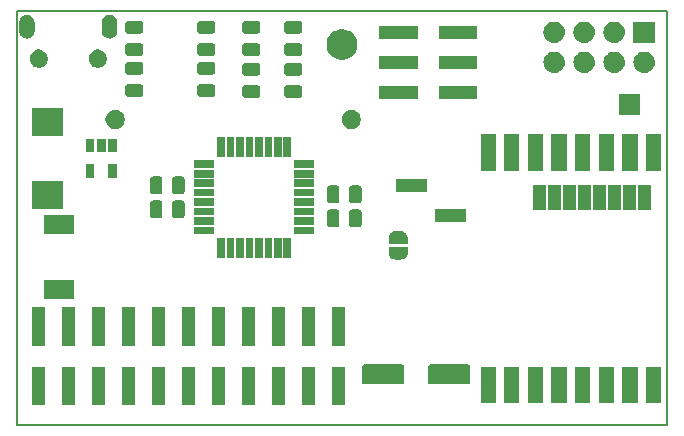
<source format=gbr>
%TF.GenerationSoftware,KiCad,Pcbnew,5.0.2-bee76a0~70~ubuntu18.04.1*%
%TF.CreationDate,2020-02-09T18:50:43+01:00*%
%TF.ProjectId,Mini-BT-Pcb-328P,4d696e69-2d42-4542-9d50-63622d333238,2.0*%
%TF.SameCoordinates,Original*%
%TF.FileFunction,Soldermask,Top*%
%TF.FilePolarity,Negative*%
%FSLAX46Y46*%
G04 Gerber Fmt 4.6, Leading zero omitted, Abs format (unit mm)*
G04 Created by KiCad (PCBNEW 5.0.2-bee76a0~70~ubuntu18.04.1) date dom 09 feb 2020 18:50:43 CET*
%MOMM*%
%LPD*%
G01*
G04 APERTURE LIST*
%ADD10C,0.150000*%
G04 APERTURE END LIST*
D10*
X132080000Y-108406000D02*
X132080000Y-73406000D01*
X187080000Y-108406000D02*
X132080000Y-108406000D01*
X187080000Y-73406000D02*
X187080000Y-108406000D01*
X132080000Y-73406000D02*
X187080000Y-73406000D01*
G36*
X159807000Y-106765000D02*
X158709000Y-106765000D01*
X158709000Y-103517000D01*
X159807000Y-103517000D01*
X159807000Y-106765000D01*
X159807000Y-106765000D01*
G37*
G36*
X157267000Y-106765000D02*
X156169000Y-106765000D01*
X156169000Y-103517000D01*
X157267000Y-103517000D01*
X157267000Y-106765000D01*
X157267000Y-106765000D01*
G37*
G36*
X154727000Y-106765000D02*
X153629000Y-106765000D01*
X153629000Y-103517000D01*
X154727000Y-103517000D01*
X154727000Y-106765000D01*
X154727000Y-106765000D01*
G37*
G36*
X152187000Y-106765000D02*
X151089000Y-106765000D01*
X151089000Y-103517000D01*
X152187000Y-103517000D01*
X152187000Y-106765000D01*
X152187000Y-106765000D01*
G37*
G36*
X149647000Y-106765000D02*
X148549000Y-106765000D01*
X148549000Y-103517000D01*
X149647000Y-103517000D01*
X149647000Y-106765000D01*
X149647000Y-106765000D01*
G37*
G36*
X147107000Y-106765000D02*
X146009000Y-106765000D01*
X146009000Y-103517000D01*
X147107000Y-103517000D01*
X147107000Y-106765000D01*
X147107000Y-106765000D01*
G37*
G36*
X142027000Y-106765000D02*
X140929000Y-106765000D01*
X140929000Y-103517000D01*
X142027000Y-103517000D01*
X142027000Y-106765000D01*
X142027000Y-106765000D01*
G37*
G36*
X144567000Y-106765000D02*
X143469000Y-106765000D01*
X143469000Y-103517000D01*
X144567000Y-103517000D01*
X144567000Y-106765000D01*
X144567000Y-106765000D01*
G37*
G36*
X134407000Y-106765000D02*
X133309000Y-106765000D01*
X133309000Y-103517000D01*
X134407000Y-103517000D01*
X134407000Y-106765000D01*
X134407000Y-106765000D01*
G37*
G36*
X139487000Y-106765000D02*
X138389000Y-106765000D01*
X138389000Y-103517000D01*
X139487000Y-103517000D01*
X139487000Y-106765000D01*
X139487000Y-106765000D01*
G37*
G36*
X136947000Y-106765000D02*
X135849000Y-106765000D01*
X135849000Y-103517000D01*
X136947000Y-103517000D01*
X136947000Y-106765000D01*
X136947000Y-106765000D01*
G37*
G36*
X172607000Y-106593000D02*
X171309000Y-106593000D01*
X171309000Y-103495000D01*
X172607000Y-103495000D01*
X172607000Y-106593000D01*
X172607000Y-106593000D01*
G37*
G36*
X174607000Y-106593000D02*
X173309000Y-106593000D01*
X173309000Y-103495000D01*
X174607000Y-103495000D01*
X174607000Y-106593000D01*
X174607000Y-106593000D01*
G37*
G36*
X176607000Y-106593000D02*
X175309000Y-106593000D01*
X175309000Y-103495000D01*
X176607000Y-103495000D01*
X176607000Y-106593000D01*
X176607000Y-106593000D01*
G37*
G36*
X178607000Y-106593000D02*
X177309000Y-106593000D01*
X177309000Y-103495000D01*
X178607000Y-103495000D01*
X178607000Y-106593000D01*
X178607000Y-106593000D01*
G37*
G36*
X182607000Y-106593000D02*
X181309000Y-106593000D01*
X181309000Y-103495000D01*
X182607000Y-103495000D01*
X182607000Y-106593000D01*
X182607000Y-106593000D01*
G37*
G36*
X184607000Y-106593000D02*
X183309000Y-106593000D01*
X183309000Y-103495000D01*
X184607000Y-103495000D01*
X184607000Y-106593000D01*
X184607000Y-106593000D01*
G37*
G36*
X180607000Y-106593000D02*
X179309000Y-106593000D01*
X179309000Y-103495000D01*
X180607000Y-103495000D01*
X180607000Y-106593000D01*
X180607000Y-106593000D01*
G37*
G36*
X186607000Y-106593000D02*
X185309000Y-106593000D01*
X185309000Y-103495000D01*
X186607000Y-103495000D01*
X186607000Y-106593000D01*
X186607000Y-106593000D01*
G37*
G36*
X170275069Y-103295674D02*
X170318346Y-103308802D01*
X170358231Y-103330121D01*
X170393189Y-103358811D01*
X170421879Y-103393769D01*
X170443198Y-103433654D01*
X170456326Y-103476931D01*
X170461000Y-103524391D01*
X170461000Y-104755609D01*
X170456326Y-104803069D01*
X170443198Y-104846346D01*
X170421879Y-104886231D01*
X170393189Y-104921189D01*
X170358231Y-104949879D01*
X170318346Y-104971198D01*
X170275069Y-104984326D01*
X170227609Y-104989000D01*
X167096391Y-104989000D01*
X167048931Y-104984326D01*
X167005654Y-104971198D01*
X166965769Y-104949879D01*
X166930811Y-104921189D01*
X166902121Y-104886231D01*
X166880802Y-104846346D01*
X166867674Y-104803069D01*
X166863000Y-104755609D01*
X166863000Y-103524391D01*
X166867674Y-103476931D01*
X166880802Y-103433654D01*
X166902121Y-103393769D01*
X166930811Y-103358811D01*
X166965769Y-103330121D01*
X167005654Y-103308802D01*
X167048931Y-103295674D01*
X167096391Y-103291000D01*
X170227609Y-103291000D01*
X170275069Y-103295674D01*
X170275069Y-103295674D01*
G37*
G36*
X164675069Y-103295674D02*
X164718346Y-103308802D01*
X164758231Y-103330121D01*
X164793189Y-103358811D01*
X164821879Y-103393769D01*
X164843198Y-103433654D01*
X164856326Y-103476931D01*
X164861000Y-103524391D01*
X164861000Y-104755609D01*
X164856326Y-104803069D01*
X164843198Y-104846346D01*
X164821879Y-104886231D01*
X164793189Y-104921189D01*
X164758231Y-104949879D01*
X164718346Y-104971198D01*
X164675069Y-104984326D01*
X164627609Y-104989000D01*
X161496391Y-104989000D01*
X161448931Y-104984326D01*
X161405654Y-104971198D01*
X161365769Y-104949879D01*
X161330811Y-104921189D01*
X161302121Y-104886231D01*
X161280802Y-104846346D01*
X161267674Y-104803069D01*
X161263000Y-104755609D01*
X161263000Y-103524391D01*
X161267674Y-103476931D01*
X161280802Y-103433654D01*
X161302121Y-103393769D01*
X161330811Y-103358811D01*
X161365769Y-103330121D01*
X161405654Y-103308802D01*
X161448931Y-103295674D01*
X161496391Y-103291000D01*
X164627609Y-103291000D01*
X164675069Y-103295674D01*
X164675069Y-103295674D01*
G37*
G36*
X149647000Y-101715000D02*
X148549000Y-101715000D01*
X148549000Y-98467000D01*
X149647000Y-98467000D01*
X149647000Y-101715000D01*
X149647000Y-101715000D01*
G37*
G36*
X134407000Y-101715000D02*
X133309000Y-101715000D01*
X133309000Y-98467000D01*
X134407000Y-98467000D01*
X134407000Y-101715000D01*
X134407000Y-101715000D01*
G37*
G36*
X136947000Y-101715000D02*
X135849000Y-101715000D01*
X135849000Y-98467000D01*
X136947000Y-98467000D01*
X136947000Y-101715000D01*
X136947000Y-101715000D01*
G37*
G36*
X139487000Y-101715000D02*
X138389000Y-101715000D01*
X138389000Y-98467000D01*
X139487000Y-98467000D01*
X139487000Y-101715000D01*
X139487000Y-101715000D01*
G37*
G36*
X144567000Y-101715000D02*
X143469000Y-101715000D01*
X143469000Y-98467000D01*
X144567000Y-98467000D01*
X144567000Y-101715000D01*
X144567000Y-101715000D01*
G37*
G36*
X154727000Y-101715000D02*
X153629000Y-101715000D01*
X153629000Y-98467000D01*
X154727000Y-98467000D01*
X154727000Y-101715000D01*
X154727000Y-101715000D01*
G37*
G36*
X157267000Y-101715000D02*
X156169000Y-101715000D01*
X156169000Y-98467000D01*
X157267000Y-98467000D01*
X157267000Y-101715000D01*
X157267000Y-101715000D01*
G37*
G36*
X142027000Y-101715000D02*
X140929000Y-101715000D01*
X140929000Y-98467000D01*
X142027000Y-98467000D01*
X142027000Y-101715000D01*
X142027000Y-101715000D01*
G37*
G36*
X159807000Y-101715000D02*
X158709000Y-101715000D01*
X158709000Y-98467000D01*
X159807000Y-98467000D01*
X159807000Y-101715000D01*
X159807000Y-101715000D01*
G37*
G36*
X147107000Y-101715000D02*
X146009000Y-101715000D01*
X146009000Y-98467000D01*
X147107000Y-98467000D01*
X147107000Y-101715000D01*
X147107000Y-101715000D01*
G37*
G36*
X152187000Y-101715000D02*
X151089000Y-101715000D01*
X151089000Y-98467000D01*
X152187000Y-98467000D01*
X152187000Y-101715000D01*
X152187000Y-101715000D01*
G37*
G36*
X136885000Y-97783000D02*
X134387000Y-97783000D01*
X134387000Y-96185000D01*
X136885000Y-96185000D01*
X136885000Y-97783000D01*
X136885000Y-97783000D01*
G37*
G36*
X165097605Y-93319708D02*
X165106842Y-93322510D01*
X165115356Y-93327061D01*
X165122816Y-93333184D01*
X165128939Y-93340644D01*
X165133490Y-93349158D01*
X165136292Y-93358395D01*
X165137479Y-93370453D01*
X165137479Y-93865547D01*
X165135977Y-93880798D01*
X165135312Y-93884141D01*
X165135071Y-93889045D01*
X165135071Y-93914556D01*
X165133642Y-93929072D01*
X165115479Y-94020383D01*
X165111243Y-94034346D01*
X165075614Y-94120363D01*
X165068736Y-94133231D01*
X165017010Y-94210645D01*
X165007755Y-94221921D01*
X164941921Y-94287755D01*
X164930645Y-94297010D01*
X164853231Y-94348736D01*
X164840363Y-94355614D01*
X164754346Y-94391243D01*
X164740383Y-94395479D01*
X164649072Y-94413642D01*
X164634556Y-94415071D01*
X164609045Y-94415071D01*
X164599290Y-94416032D01*
X164598673Y-94416187D01*
X164585547Y-94417479D01*
X164090453Y-94417479D01*
X164075202Y-94415977D01*
X164071859Y-94415312D01*
X164066955Y-94415071D01*
X164041444Y-94415071D01*
X164026928Y-94413642D01*
X163935617Y-94395479D01*
X163921654Y-94391243D01*
X163835637Y-94355614D01*
X163822769Y-94348736D01*
X163745355Y-94297010D01*
X163734079Y-94287755D01*
X163668245Y-94221921D01*
X163658990Y-94210645D01*
X163607264Y-94133231D01*
X163600386Y-94120363D01*
X163564757Y-94034346D01*
X163560521Y-94020383D01*
X163542358Y-93929072D01*
X163540929Y-93914556D01*
X163540929Y-93889045D01*
X163539968Y-93879290D01*
X163539813Y-93878673D01*
X163538521Y-93865547D01*
X163538521Y-93370453D01*
X163539708Y-93358395D01*
X163542510Y-93349158D01*
X163547061Y-93340644D01*
X163553184Y-93333184D01*
X163560644Y-93327061D01*
X163569158Y-93322510D01*
X163578395Y-93319708D01*
X163590453Y-93318521D01*
X165085547Y-93318521D01*
X165097605Y-93319708D01*
X165097605Y-93319708D01*
G37*
G36*
X149670000Y-94253000D02*
X149022000Y-94253000D01*
X149022000Y-92555000D01*
X149670000Y-92555000D01*
X149670000Y-94253000D01*
X149670000Y-94253000D01*
G37*
G36*
X154470000Y-94253000D02*
X153822000Y-94253000D01*
X153822000Y-92555000D01*
X154470000Y-92555000D01*
X154470000Y-94253000D01*
X154470000Y-94253000D01*
G37*
G36*
X153670000Y-94253000D02*
X153022000Y-94253000D01*
X153022000Y-92555000D01*
X153670000Y-92555000D01*
X153670000Y-94253000D01*
X153670000Y-94253000D01*
G37*
G36*
X152070000Y-94253000D02*
X151422000Y-94253000D01*
X151422000Y-92555000D01*
X152070000Y-92555000D01*
X152070000Y-94253000D01*
X152070000Y-94253000D01*
G37*
G36*
X151270000Y-94253000D02*
X150622000Y-94253000D01*
X150622000Y-92555000D01*
X151270000Y-92555000D01*
X151270000Y-94253000D01*
X151270000Y-94253000D01*
G37*
G36*
X150470000Y-94253000D02*
X149822000Y-94253000D01*
X149822000Y-92555000D01*
X150470000Y-92555000D01*
X150470000Y-94253000D01*
X150470000Y-94253000D01*
G37*
G36*
X155270000Y-94253000D02*
X154622000Y-94253000D01*
X154622000Y-92555000D01*
X155270000Y-92555000D01*
X155270000Y-94253000D01*
X155270000Y-94253000D01*
G37*
G36*
X152870000Y-94253000D02*
X152222000Y-94253000D01*
X152222000Y-92555000D01*
X152870000Y-92555000D01*
X152870000Y-94253000D01*
X152870000Y-94253000D01*
G37*
G36*
X164600798Y-92020023D02*
X164604141Y-92020688D01*
X164609045Y-92020929D01*
X164634556Y-92020929D01*
X164649072Y-92022358D01*
X164740383Y-92040521D01*
X164754346Y-92044757D01*
X164840363Y-92080386D01*
X164853231Y-92087264D01*
X164930645Y-92138990D01*
X164941921Y-92148245D01*
X165007755Y-92214079D01*
X165017010Y-92225355D01*
X165068736Y-92302769D01*
X165075614Y-92315637D01*
X165111243Y-92401654D01*
X165115479Y-92415617D01*
X165133642Y-92506928D01*
X165135071Y-92521444D01*
X165135071Y-92546955D01*
X165136032Y-92556710D01*
X165136187Y-92557327D01*
X165137479Y-92570453D01*
X165137479Y-93065547D01*
X165136292Y-93077605D01*
X165133490Y-93086842D01*
X165128939Y-93095356D01*
X165122816Y-93102816D01*
X165115356Y-93108939D01*
X165106842Y-93113490D01*
X165097605Y-93116292D01*
X165085547Y-93117479D01*
X163590453Y-93117479D01*
X163578395Y-93116292D01*
X163569158Y-93113490D01*
X163560644Y-93108939D01*
X163553184Y-93102816D01*
X163547061Y-93095356D01*
X163542510Y-93086842D01*
X163539708Y-93077605D01*
X163538521Y-93065547D01*
X163538521Y-92570453D01*
X163540023Y-92555202D01*
X163540688Y-92551859D01*
X163540929Y-92546955D01*
X163540929Y-92521444D01*
X163542358Y-92506928D01*
X163560521Y-92415617D01*
X163564757Y-92401654D01*
X163600386Y-92315637D01*
X163607264Y-92302769D01*
X163658990Y-92225355D01*
X163668245Y-92214079D01*
X163734079Y-92148245D01*
X163745355Y-92138990D01*
X163822769Y-92087264D01*
X163835637Y-92080386D01*
X163921654Y-92044757D01*
X163935617Y-92040521D01*
X164026928Y-92022358D01*
X164041444Y-92020929D01*
X164066955Y-92020929D01*
X164076710Y-92019968D01*
X164077327Y-92019813D01*
X164090453Y-92018521D01*
X164585547Y-92018521D01*
X164600798Y-92020023D01*
X164600798Y-92020023D01*
G37*
G36*
X136885000Y-92283000D02*
X134387000Y-92283000D01*
X134387000Y-90685000D01*
X136885000Y-90685000D01*
X136885000Y-92283000D01*
X136885000Y-92283000D01*
G37*
G36*
X157245000Y-92278000D02*
X155547000Y-92278000D01*
X155547000Y-91630000D01*
X157245000Y-91630000D01*
X157245000Y-92278000D01*
X157245000Y-92278000D01*
G37*
G36*
X148745000Y-92278000D02*
X147047000Y-92278000D01*
X147047000Y-91630000D01*
X148745000Y-91630000D01*
X148745000Y-92278000D01*
X148745000Y-92278000D01*
G37*
G36*
X161044158Y-90187911D02*
X161089745Y-90201739D01*
X161131758Y-90224197D01*
X161168583Y-90254417D01*
X161198803Y-90291242D01*
X161221261Y-90333255D01*
X161235089Y-90378842D01*
X161240000Y-90428704D01*
X161240000Y-91435296D01*
X161235089Y-91485158D01*
X161221261Y-91530745D01*
X161198803Y-91572758D01*
X161168583Y-91609583D01*
X161131758Y-91639803D01*
X161089745Y-91662261D01*
X161044158Y-91676089D01*
X160994296Y-91681000D01*
X160412704Y-91681000D01*
X160362842Y-91676089D01*
X160317255Y-91662261D01*
X160275242Y-91639803D01*
X160238417Y-91609583D01*
X160208197Y-91572758D01*
X160185739Y-91530745D01*
X160171911Y-91485158D01*
X160167000Y-91435296D01*
X160167000Y-90428704D01*
X160171911Y-90378842D01*
X160185739Y-90333255D01*
X160208197Y-90291242D01*
X160238417Y-90254417D01*
X160275242Y-90224197D01*
X160317255Y-90201739D01*
X160362842Y-90187911D01*
X160412704Y-90183000D01*
X160994296Y-90183000D01*
X161044158Y-90187911D01*
X161044158Y-90187911D01*
G37*
G36*
X159169158Y-90187911D02*
X159214745Y-90201739D01*
X159256758Y-90224197D01*
X159293583Y-90254417D01*
X159323803Y-90291242D01*
X159346261Y-90333255D01*
X159360089Y-90378842D01*
X159365000Y-90428704D01*
X159365000Y-91435296D01*
X159360089Y-91485158D01*
X159346261Y-91530745D01*
X159323803Y-91572758D01*
X159293583Y-91609583D01*
X159256758Y-91639803D01*
X159214745Y-91662261D01*
X159169158Y-91676089D01*
X159119296Y-91681000D01*
X158537704Y-91681000D01*
X158487842Y-91676089D01*
X158442255Y-91662261D01*
X158400242Y-91639803D01*
X158363417Y-91609583D01*
X158333197Y-91572758D01*
X158310739Y-91530745D01*
X158296911Y-91485158D01*
X158292000Y-91435296D01*
X158292000Y-90428704D01*
X158296911Y-90378842D01*
X158310739Y-90333255D01*
X158333197Y-90291242D01*
X158363417Y-90254417D01*
X158400242Y-90224197D01*
X158442255Y-90201739D01*
X158487842Y-90187911D01*
X158537704Y-90183000D01*
X159119296Y-90183000D01*
X159169158Y-90187911D01*
X159169158Y-90187911D01*
G37*
G36*
X157245000Y-91478000D02*
X155547000Y-91478000D01*
X155547000Y-90830000D01*
X157245000Y-90830000D01*
X157245000Y-91478000D01*
X157245000Y-91478000D01*
G37*
G36*
X148745000Y-91478000D02*
X147047000Y-91478000D01*
X147047000Y-90830000D01*
X148745000Y-90830000D01*
X148745000Y-91478000D01*
X148745000Y-91478000D01*
G37*
G36*
X170091000Y-91227000D02*
X167483000Y-91227000D01*
X167483000Y-90129000D01*
X170091000Y-90129000D01*
X170091000Y-91227000D01*
X170091000Y-91227000D01*
G37*
G36*
X146058158Y-89425911D02*
X146103745Y-89439739D01*
X146145758Y-89462197D01*
X146182583Y-89492417D01*
X146212803Y-89529242D01*
X146235261Y-89571255D01*
X146249089Y-89616842D01*
X146254000Y-89666704D01*
X146254000Y-90673296D01*
X146249089Y-90723158D01*
X146235261Y-90768745D01*
X146212803Y-90810758D01*
X146182583Y-90847583D01*
X146145758Y-90877803D01*
X146103745Y-90900261D01*
X146058158Y-90914089D01*
X146008296Y-90919000D01*
X145426704Y-90919000D01*
X145376842Y-90914089D01*
X145331255Y-90900261D01*
X145289242Y-90877803D01*
X145252417Y-90847583D01*
X145222197Y-90810758D01*
X145199739Y-90768745D01*
X145185911Y-90723158D01*
X145181000Y-90673296D01*
X145181000Y-89666704D01*
X145185911Y-89616842D01*
X145199739Y-89571255D01*
X145222197Y-89529242D01*
X145252417Y-89492417D01*
X145289242Y-89462197D01*
X145331255Y-89439739D01*
X145376842Y-89425911D01*
X145426704Y-89421000D01*
X146008296Y-89421000D01*
X146058158Y-89425911D01*
X146058158Y-89425911D01*
G37*
G36*
X144183158Y-89425911D02*
X144228745Y-89439739D01*
X144270758Y-89462197D01*
X144307583Y-89492417D01*
X144337803Y-89529242D01*
X144360261Y-89571255D01*
X144374089Y-89616842D01*
X144379000Y-89666704D01*
X144379000Y-90673296D01*
X144374089Y-90723158D01*
X144360261Y-90768745D01*
X144337803Y-90810758D01*
X144307583Y-90847583D01*
X144270758Y-90877803D01*
X144228745Y-90900261D01*
X144183158Y-90914089D01*
X144133296Y-90919000D01*
X143551704Y-90919000D01*
X143501842Y-90914089D01*
X143456255Y-90900261D01*
X143414242Y-90877803D01*
X143377417Y-90847583D01*
X143347197Y-90810758D01*
X143324739Y-90768745D01*
X143310911Y-90723158D01*
X143306000Y-90673296D01*
X143306000Y-89666704D01*
X143310911Y-89616842D01*
X143324739Y-89571255D01*
X143347197Y-89529242D01*
X143377417Y-89492417D01*
X143414242Y-89462197D01*
X143456255Y-89439739D01*
X143501842Y-89425911D01*
X143551704Y-89421000D01*
X144133296Y-89421000D01*
X144183158Y-89425911D01*
X144183158Y-89425911D01*
G37*
G36*
X148745000Y-90678000D02*
X147047000Y-90678000D01*
X147047000Y-90030000D01*
X148745000Y-90030000D01*
X148745000Y-90678000D01*
X148745000Y-90678000D01*
G37*
G36*
X157245000Y-90678000D02*
X155547000Y-90678000D01*
X155547000Y-90030000D01*
X157245000Y-90030000D01*
X157245000Y-90678000D01*
X157245000Y-90678000D01*
G37*
G36*
X180635000Y-90203000D02*
X179537000Y-90203000D01*
X179537000Y-88105000D01*
X180635000Y-88105000D01*
X180635000Y-90203000D01*
X180635000Y-90203000D01*
G37*
G36*
X179365000Y-90203000D02*
X178267000Y-90203000D01*
X178267000Y-88105000D01*
X179365000Y-88105000D01*
X179365000Y-90203000D01*
X179365000Y-90203000D01*
G37*
G36*
X176825000Y-90203000D02*
X175727000Y-90203000D01*
X175727000Y-88105000D01*
X176825000Y-88105000D01*
X176825000Y-90203000D01*
X176825000Y-90203000D01*
G37*
G36*
X181905000Y-90203000D02*
X180807000Y-90203000D01*
X180807000Y-88105000D01*
X181905000Y-88105000D01*
X181905000Y-90203000D01*
X181905000Y-90203000D01*
G37*
G36*
X183175000Y-90203000D02*
X182077000Y-90203000D01*
X182077000Y-88105000D01*
X183175000Y-88105000D01*
X183175000Y-90203000D01*
X183175000Y-90203000D01*
G37*
G36*
X184445000Y-90203000D02*
X183347000Y-90203000D01*
X183347000Y-88105000D01*
X184445000Y-88105000D01*
X184445000Y-90203000D01*
X184445000Y-90203000D01*
G37*
G36*
X185715000Y-90203000D02*
X184617000Y-90203000D01*
X184617000Y-88105000D01*
X185715000Y-88105000D01*
X185715000Y-90203000D01*
X185715000Y-90203000D01*
G37*
G36*
X178095000Y-90203000D02*
X176997000Y-90203000D01*
X176997000Y-88105000D01*
X178095000Y-88105000D01*
X178095000Y-90203000D01*
X178095000Y-90203000D01*
G37*
G36*
X135929000Y-90156000D02*
X133311000Y-90156000D01*
X133311000Y-87748000D01*
X135929000Y-87748000D01*
X135929000Y-90156000D01*
X135929000Y-90156000D01*
G37*
G36*
X157245000Y-89878000D02*
X155547000Y-89878000D01*
X155547000Y-89230000D01*
X157245000Y-89230000D01*
X157245000Y-89878000D01*
X157245000Y-89878000D01*
G37*
G36*
X148745000Y-89878000D02*
X147047000Y-89878000D01*
X147047000Y-89230000D01*
X148745000Y-89230000D01*
X148745000Y-89878000D01*
X148745000Y-89878000D01*
G37*
G36*
X161044158Y-88155911D02*
X161089745Y-88169739D01*
X161131758Y-88192197D01*
X161168583Y-88222417D01*
X161198803Y-88259242D01*
X161221261Y-88301255D01*
X161235089Y-88346842D01*
X161240000Y-88396704D01*
X161240000Y-89403296D01*
X161235089Y-89453158D01*
X161221261Y-89498745D01*
X161198803Y-89540758D01*
X161168583Y-89577583D01*
X161131758Y-89607803D01*
X161089745Y-89630261D01*
X161044158Y-89644089D01*
X160994296Y-89649000D01*
X160412704Y-89649000D01*
X160362842Y-89644089D01*
X160317255Y-89630261D01*
X160275242Y-89607803D01*
X160238417Y-89577583D01*
X160208197Y-89540758D01*
X160185739Y-89498745D01*
X160171911Y-89453158D01*
X160167000Y-89403296D01*
X160167000Y-88396704D01*
X160171911Y-88346842D01*
X160185739Y-88301255D01*
X160208197Y-88259242D01*
X160238417Y-88222417D01*
X160275242Y-88192197D01*
X160317255Y-88169739D01*
X160362842Y-88155911D01*
X160412704Y-88151000D01*
X160994296Y-88151000D01*
X161044158Y-88155911D01*
X161044158Y-88155911D01*
G37*
G36*
X159169158Y-88155911D02*
X159214745Y-88169739D01*
X159256758Y-88192197D01*
X159293583Y-88222417D01*
X159323803Y-88259242D01*
X159346261Y-88301255D01*
X159360089Y-88346842D01*
X159365000Y-88396704D01*
X159365000Y-89403296D01*
X159360089Y-89453158D01*
X159346261Y-89498745D01*
X159323803Y-89540758D01*
X159293583Y-89577583D01*
X159256758Y-89607803D01*
X159214745Y-89630261D01*
X159169158Y-89644089D01*
X159119296Y-89649000D01*
X158537704Y-89649000D01*
X158487842Y-89644089D01*
X158442255Y-89630261D01*
X158400242Y-89607803D01*
X158363417Y-89577583D01*
X158333197Y-89540758D01*
X158310739Y-89498745D01*
X158296911Y-89453158D01*
X158292000Y-89403296D01*
X158292000Y-88396704D01*
X158296911Y-88346842D01*
X158310739Y-88301255D01*
X158333197Y-88259242D01*
X158363417Y-88222417D01*
X158400242Y-88192197D01*
X158442255Y-88169739D01*
X158487842Y-88155911D01*
X158537704Y-88151000D01*
X159119296Y-88151000D01*
X159169158Y-88155911D01*
X159169158Y-88155911D01*
G37*
G36*
X157245000Y-89078000D02*
X155547000Y-89078000D01*
X155547000Y-88430000D01*
X157245000Y-88430000D01*
X157245000Y-89078000D01*
X157245000Y-89078000D01*
G37*
G36*
X148745000Y-89078000D02*
X147047000Y-89078000D01*
X147047000Y-88430000D01*
X148745000Y-88430000D01*
X148745000Y-89078000D01*
X148745000Y-89078000D01*
G37*
G36*
X144183158Y-87393911D02*
X144228745Y-87407739D01*
X144270758Y-87430197D01*
X144307583Y-87460417D01*
X144337803Y-87497242D01*
X144360261Y-87539255D01*
X144374089Y-87584842D01*
X144379000Y-87634704D01*
X144379000Y-88641296D01*
X144374089Y-88691158D01*
X144360261Y-88736745D01*
X144337803Y-88778758D01*
X144307583Y-88815583D01*
X144270758Y-88845803D01*
X144228745Y-88868261D01*
X144183158Y-88882089D01*
X144133296Y-88887000D01*
X143551704Y-88887000D01*
X143501842Y-88882089D01*
X143456255Y-88868261D01*
X143414242Y-88845803D01*
X143377417Y-88815583D01*
X143347197Y-88778758D01*
X143324739Y-88736745D01*
X143310911Y-88691158D01*
X143306000Y-88641296D01*
X143306000Y-87634704D01*
X143310911Y-87584842D01*
X143324739Y-87539255D01*
X143347197Y-87497242D01*
X143377417Y-87460417D01*
X143414242Y-87430197D01*
X143456255Y-87407739D01*
X143501842Y-87393911D01*
X143551704Y-87389000D01*
X144133296Y-87389000D01*
X144183158Y-87393911D01*
X144183158Y-87393911D01*
G37*
G36*
X146058158Y-87393911D02*
X146103745Y-87407739D01*
X146145758Y-87430197D01*
X146182583Y-87460417D01*
X146212803Y-87497242D01*
X146235261Y-87539255D01*
X146249089Y-87584842D01*
X146254000Y-87634704D01*
X146254000Y-88641296D01*
X146249089Y-88691158D01*
X146235261Y-88736745D01*
X146212803Y-88778758D01*
X146182583Y-88815583D01*
X146145758Y-88845803D01*
X146103745Y-88868261D01*
X146058158Y-88882089D01*
X146008296Y-88887000D01*
X145426704Y-88887000D01*
X145376842Y-88882089D01*
X145331255Y-88868261D01*
X145289242Y-88845803D01*
X145252417Y-88815583D01*
X145222197Y-88778758D01*
X145199739Y-88736745D01*
X145185911Y-88691158D01*
X145181000Y-88641296D01*
X145181000Y-87634704D01*
X145185911Y-87584842D01*
X145199739Y-87539255D01*
X145222197Y-87497242D01*
X145252417Y-87460417D01*
X145289242Y-87430197D01*
X145331255Y-87407739D01*
X145376842Y-87393911D01*
X145426704Y-87389000D01*
X146008296Y-87389000D01*
X146058158Y-87393911D01*
X146058158Y-87393911D01*
G37*
G36*
X166781000Y-88687000D02*
X164173000Y-88687000D01*
X164173000Y-87589000D01*
X166781000Y-87589000D01*
X166781000Y-88687000D01*
X166781000Y-88687000D01*
G37*
G36*
X148745000Y-88278000D02*
X147047000Y-88278000D01*
X147047000Y-87630000D01*
X148745000Y-87630000D01*
X148745000Y-88278000D01*
X148745000Y-88278000D01*
G37*
G36*
X157245000Y-88278000D02*
X155547000Y-88278000D01*
X155547000Y-87630000D01*
X157245000Y-87630000D01*
X157245000Y-88278000D01*
X157245000Y-88278000D01*
G37*
G36*
X140516000Y-87531000D02*
X139768000Y-87531000D01*
X139768000Y-86373000D01*
X140516000Y-86373000D01*
X140516000Y-87531000D01*
X140516000Y-87531000D01*
G37*
G36*
X138616000Y-87531000D02*
X137868000Y-87531000D01*
X137868000Y-86373000D01*
X138616000Y-86373000D01*
X138616000Y-87531000D01*
X138616000Y-87531000D01*
G37*
G36*
X157245000Y-87478000D02*
X155547000Y-87478000D01*
X155547000Y-86830000D01*
X157245000Y-86830000D01*
X157245000Y-87478000D01*
X157245000Y-87478000D01*
G37*
G36*
X148745000Y-87478000D02*
X147047000Y-87478000D01*
X147047000Y-86830000D01*
X148745000Y-86830000D01*
X148745000Y-87478000D01*
X148745000Y-87478000D01*
G37*
G36*
X178607000Y-86893000D02*
X177309000Y-86893000D01*
X177309000Y-83795000D01*
X178607000Y-83795000D01*
X178607000Y-86893000D01*
X178607000Y-86893000D01*
G37*
G36*
X172607000Y-86893000D02*
X171309000Y-86893000D01*
X171309000Y-83795000D01*
X172607000Y-83795000D01*
X172607000Y-86893000D01*
X172607000Y-86893000D01*
G37*
G36*
X184607000Y-86893000D02*
X183309000Y-86893000D01*
X183309000Y-83795000D01*
X184607000Y-83795000D01*
X184607000Y-86893000D01*
X184607000Y-86893000D01*
G37*
G36*
X186607000Y-86893000D02*
X185309000Y-86893000D01*
X185309000Y-83795000D01*
X186607000Y-83795000D01*
X186607000Y-86893000D01*
X186607000Y-86893000D01*
G37*
G36*
X182607000Y-86893000D02*
X181309000Y-86893000D01*
X181309000Y-83795000D01*
X182607000Y-83795000D01*
X182607000Y-86893000D01*
X182607000Y-86893000D01*
G37*
G36*
X180607000Y-86893000D02*
X179309000Y-86893000D01*
X179309000Y-83795000D01*
X180607000Y-83795000D01*
X180607000Y-86893000D01*
X180607000Y-86893000D01*
G37*
G36*
X174607000Y-86893000D02*
X173309000Y-86893000D01*
X173309000Y-83795000D01*
X174607000Y-83795000D01*
X174607000Y-86893000D01*
X174607000Y-86893000D01*
G37*
G36*
X176607000Y-86893000D02*
X175309000Y-86893000D01*
X175309000Y-83795000D01*
X176607000Y-83795000D01*
X176607000Y-86893000D01*
X176607000Y-86893000D01*
G37*
G36*
X157245000Y-86678000D02*
X155547000Y-86678000D01*
X155547000Y-86030000D01*
X157245000Y-86030000D01*
X157245000Y-86678000D01*
X157245000Y-86678000D01*
G37*
G36*
X148745000Y-86678000D02*
X147047000Y-86678000D01*
X147047000Y-86030000D01*
X148745000Y-86030000D01*
X148745000Y-86678000D01*
X148745000Y-86678000D01*
G37*
G36*
X155270000Y-85753000D02*
X154622000Y-85753000D01*
X154622000Y-84055000D01*
X155270000Y-84055000D01*
X155270000Y-85753000D01*
X155270000Y-85753000D01*
G37*
G36*
X149670000Y-85753000D02*
X149022000Y-85753000D01*
X149022000Y-84055000D01*
X149670000Y-84055000D01*
X149670000Y-85753000D01*
X149670000Y-85753000D01*
G37*
G36*
X150470000Y-85753000D02*
X149822000Y-85753000D01*
X149822000Y-84055000D01*
X150470000Y-84055000D01*
X150470000Y-85753000D01*
X150470000Y-85753000D01*
G37*
G36*
X151270000Y-85753000D02*
X150622000Y-85753000D01*
X150622000Y-84055000D01*
X151270000Y-84055000D01*
X151270000Y-85753000D01*
X151270000Y-85753000D01*
G37*
G36*
X152070000Y-85753000D02*
X151422000Y-85753000D01*
X151422000Y-84055000D01*
X152070000Y-84055000D01*
X152070000Y-85753000D01*
X152070000Y-85753000D01*
G37*
G36*
X152870000Y-85753000D02*
X152222000Y-85753000D01*
X152222000Y-84055000D01*
X152870000Y-84055000D01*
X152870000Y-85753000D01*
X152870000Y-85753000D01*
G37*
G36*
X153670000Y-85753000D02*
X153022000Y-85753000D01*
X153022000Y-84055000D01*
X153670000Y-84055000D01*
X153670000Y-85753000D01*
X153670000Y-85753000D01*
G37*
G36*
X154470000Y-85753000D02*
X153822000Y-85753000D01*
X153822000Y-84055000D01*
X154470000Y-84055000D01*
X154470000Y-85753000D01*
X154470000Y-85753000D01*
G37*
G36*
X138616000Y-85331000D02*
X137868000Y-85331000D01*
X137868000Y-84173000D01*
X138616000Y-84173000D01*
X138616000Y-85331000D01*
X138616000Y-85331000D01*
G37*
G36*
X139566000Y-85331000D02*
X138818000Y-85331000D01*
X138818000Y-84173000D01*
X139566000Y-84173000D01*
X139566000Y-85331000D01*
X139566000Y-85331000D01*
G37*
G36*
X140516000Y-85331000D02*
X139768000Y-85331000D01*
X139768000Y-84173000D01*
X140516000Y-84173000D01*
X140516000Y-85331000D01*
X140516000Y-85331000D01*
G37*
G36*
X135929000Y-83956000D02*
X133311000Y-83956000D01*
X133311000Y-81548000D01*
X135929000Y-81548000D01*
X135929000Y-83956000D01*
X135929000Y-83956000D01*
G37*
G36*
X160604560Y-81770166D02*
X160752153Y-81831301D01*
X160884535Y-81919756D01*
X160884985Y-81920057D01*
X160997943Y-82033015D01*
X160997945Y-82033018D01*
X161086699Y-82165847D01*
X161147834Y-82313440D01*
X161179000Y-82470123D01*
X161179000Y-82629877D01*
X161147834Y-82786560D01*
X161086699Y-82934153D01*
X160998244Y-83066535D01*
X160997943Y-83066985D01*
X160884985Y-83179943D01*
X160884982Y-83179945D01*
X160752153Y-83268699D01*
X160604560Y-83329834D01*
X160447877Y-83361000D01*
X160288123Y-83361000D01*
X160131440Y-83329834D01*
X159983847Y-83268699D01*
X159851018Y-83179945D01*
X159851015Y-83179943D01*
X159738057Y-83066985D01*
X159737756Y-83066535D01*
X159649301Y-82934153D01*
X159588166Y-82786560D01*
X159557000Y-82629877D01*
X159557000Y-82470123D01*
X159588166Y-82313440D01*
X159649301Y-82165847D01*
X159738055Y-82033018D01*
X159738057Y-82033015D01*
X159851015Y-81920057D01*
X159851465Y-81919756D01*
X159983847Y-81831301D01*
X160131440Y-81770166D01*
X160288123Y-81739000D01*
X160447877Y-81739000D01*
X160604560Y-81770166D01*
X160604560Y-81770166D01*
G37*
G36*
X140604560Y-81770166D02*
X140752153Y-81831301D01*
X140884535Y-81919756D01*
X140884985Y-81920057D01*
X140997943Y-82033015D01*
X140997945Y-82033018D01*
X141086699Y-82165847D01*
X141147834Y-82313440D01*
X141179000Y-82470123D01*
X141179000Y-82629877D01*
X141147834Y-82786560D01*
X141086699Y-82934153D01*
X140998244Y-83066535D01*
X140997943Y-83066985D01*
X140884985Y-83179943D01*
X140884982Y-83179945D01*
X140752153Y-83268699D01*
X140604560Y-83329834D01*
X140447877Y-83361000D01*
X140288123Y-83361000D01*
X140131440Y-83329834D01*
X139983847Y-83268699D01*
X139851018Y-83179945D01*
X139851015Y-83179943D01*
X139738057Y-83066985D01*
X139737756Y-83066535D01*
X139649301Y-82934153D01*
X139588166Y-82786560D01*
X139557000Y-82629877D01*
X139557000Y-82470123D01*
X139588166Y-82313440D01*
X139649301Y-82165847D01*
X139738055Y-82033018D01*
X139738057Y-82033015D01*
X139851015Y-81920057D01*
X139851465Y-81919756D01*
X139983847Y-81831301D01*
X140131440Y-81770166D01*
X140288123Y-81739000D01*
X140447877Y-81739000D01*
X140604560Y-81770166D01*
X140604560Y-81770166D01*
G37*
G36*
X184795000Y-82179000D02*
X182997000Y-82179000D01*
X182997000Y-80381000D01*
X184795000Y-80381000D01*
X184795000Y-82179000D01*
X184795000Y-82179000D01*
G37*
G36*
X165977000Y-80813000D02*
X162729000Y-80813000D01*
X162729000Y-79715000D01*
X165977000Y-79715000D01*
X165977000Y-80813000D01*
X165977000Y-80813000D01*
G37*
G36*
X171027000Y-80813000D02*
X167779000Y-80813000D01*
X167779000Y-79715000D01*
X171027000Y-79715000D01*
X171027000Y-80813000D01*
X171027000Y-80813000D01*
G37*
G36*
X152445158Y-79653911D02*
X152490745Y-79667739D01*
X152532758Y-79690197D01*
X152569583Y-79720417D01*
X152599803Y-79757242D01*
X152622261Y-79799255D01*
X152636089Y-79844842D01*
X152641000Y-79894704D01*
X152641000Y-80476296D01*
X152636089Y-80526158D01*
X152622261Y-80571745D01*
X152599803Y-80613758D01*
X152569583Y-80650583D01*
X152532758Y-80680803D01*
X152490745Y-80703261D01*
X152445158Y-80717089D01*
X152395296Y-80722000D01*
X151388704Y-80722000D01*
X151338842Y-80717089D01*
X151293255Y-80703261D01*
X151251242Y-80680803D01*
X151214417Y-80650583D01*
X151184197Y-80613758D01*
X151161739Y-80571745D01*
X151147911Y-80526158D01*
X151143000Y-80476296D01*
X151143000Y-79894704D01*
X151147911Y-79844842D01*
X151161739Y-79799255D01*
X151184197Y-79757242D01*
X151214417Y-79720417D01*
X151251242Y-79690197D01*
X151293255Y-79667739D01*
X151338842Y-79653911D01*
X151388704Y-79649000D01*
X152395296Y-79649000D01*
X152445158Y-79653911D01*
X152445158Y-79653911D01*
G37*
G36*
X156001158Y-79653911D02*
X156046745Y-79667739D01*
X156088758Y-79690197D01*
X156125583Y-79720417D01*
X156155803Y-79757242D01*
X156178261Y-79799255D01*
X156192089Y-79844842D01*
X156197000Y-79894704D01*
X156197000Y-80476296D01*
X156192089Y-80526158D01*
X156178261Y-80571745D01*
X156155803Y-80613758D01*
X156125583Y-80650583D01*
X156088758Y-80680803D01*
X156046745Y-80703261D01*
X156001158Y-80717089D01*
X155951296Y-80722000D01*
X154944704Y-80722000D01*
X154894842Y-80717089D01*
X154849255Y-80703261D01*
X154807242Y-80680803D01*
X154770417Y-80650583D01*
X154740197Y-80613758D01*
X154717739Y-80571745D01*
X154703911Y-80526158D01*
X154699000Y-80476296D01*
X154699000Y-79894704D01*
X154703911Y-79844842D01*
X154717739Y-79799255D01*
X154740197Y-79757242D01*
X154770417Y-79720417D01*
X154807242Y-79690197D01*
X154849255Y-79667739D01*
X154894842Y-79653911D01*
X154944704Y-79649000D01*
X155951296Y-79649000D01*
X156001158Y-79653911D01*
X156001158Y-79653911D01*
G37*
G36*
X142539158Y-79575411D02*
X142584745Y-79589239D01*
X142626758Y-79611697D01*
X142663583Y-79641917D01*
X142693803Y-79678742D01*
X142716261Y-79720755D01*
X142730089Y-79766342D01*
X142735000Y-79816204D01*
X142735000Y-80397796D01*
X142730089Y-80447658D01*
X142716261Y-80493245D01*
X142693803Y-80535258D01*
X142663583Y-80572083D01*
X142626758Y-80602303D01*
X142584745Y-80624761D01*
X142539158Y-80638589D01*
X142489296Y-80643500D01*
X141482704Y-80643500D01*
X141432842Y-80638589D01*
X141387255Y-80624761D01*
X141345242Y-80602303D01*
X141308417Y-80572083D01*
X141278197Y-80535258D01*
X141255739Y-80493245D01*
X141241911Y-80447658D01*
X141237000Y-80397796D01*
X141237000Y-79816204D01*
X141241911Y-79766342D01*
X141255739Y-79720755D01*
X141278197Y-79678742D01*
X141308417Y-79641917D01*
X141345242Y-79611697D01*
X141387255Y-79589239D01*
X141432842Y-79575411D01*
X141482704Y-79570500D01*
X142489296Y-79570500D01*
X142539158Y-79575411D01*
X142539158Y-79575411D01*
G37*
G36*
X148635158Y-79575411D02*
X148680745Y-79589239D01*
X148722758Y-79611697D01*
X148759583Y-79641917D01*
X148789803Y-79678742D01*
X148812261Y-79720755D01*
X148826089Y-79766342D01*
X148831000Y-79816204D01*
X148831000Y-80397796D01*
X148826089Y-80447658D01*
X148812261Y-80493245D01*
X148789803Y-80535258D01*
X148759583Y-80572083D01*
X148722758Y-80602303D01*
X148680745Y-80624761D01*
X148635158Y-80638589D01*
X148585296Y-80643500D01*
X147578704Y-80643500D01*
X147528842Y-80638589D01*
X147483255Y-80624761D01*
X147441242Y-80602303D01*
X147404417Y-80572083D01*
X147374197Y-80535258D01*
X147351739Y-80493245D01*
X147337911Y-80447658D01*
X147333000Y-80397796D01*
X147333000Y-79816204D01*
X147337911Y-79766342D01*
X147351739Y-79720755D01*
X147374197Y-79678742D01*
X147404417Y-79641917D01*
X147441242Y-79611697D01*
X147483255Y-79589239D01*
X147528842Y-79575411D01*
X147578704Y-79570500D01*
X148585296Y-79570500D01*
X148635158Y-79575411D01*
X148635158Y-79575411D01*
G37*
G36*
X156001158Y-77778911D02*
X156046745Y-77792739D01*
X156088758Y-77815197D01*
X156125583Y-77845417D01*
X156155803Y-77882242D01*
X156178261Y-77924255D01*
X156192089Y-77969842D01*
X156197000Y-78019704D01*
X156197000Y-78601296D01*
X156192089Y-78651158D01*
X156178261Y-78696745D01*
X156155803Y-78738758D01*
X156125583Y-78775583D01*
X156088758Y-78805803D01*
X156046745Y-78828261D01*
X156001158Y-78842089D01*
X155951296Y-78847000D01*
X154944704Y-78847000D01*
X154894842Y-78842089D01*
X154849255Y-78828261D01*
X154807242Y-78805803D01*
X154770417Y-78775583D01*
X154740197Y-78738758D01*
X154717739Y-78696745D01*
X154703911Y-78651158D01*
X154699000Y-78601296D01*
X154699000Y-78019704D01*
X154703911Y-77969842D01*
X154717739Y-77924255D01*
X154740197Y-77882242D01*
X154770417Y-77845417D01*
X154807242Y-77815197D01*
X154849255Y-77792739D01*
X154894842Y-77778911D01*
X154944704Y-77774000D01*
X155951296Y-77774000D01*
X156001158Y-77778911D01*
X156001158Y-77778911D01*
G37*
G36*
X152445158Y-77778911D02*
X152490745Y-77792739D01*
X152532758Y-77815197D01*
X152569583Y-77845417D01*
X152599803Y-77882242D01*
X152622261Y-77924255D01*
X152636089Y-77969842D01*
X152641000Y-78019704D01*
X152641000Y-78601296D01*
X152636089Y-78651158D01*
X152622261Y-78696745D01*
X152599803Y-78738758D01*
X152569583Y-78775583D01*
X152532758Y-78805803D01*
X152490745Y-78828261D01*
X152445158Y-78842089D01*
X152395296Y-78847000D01*
X151388704Y-78847000D01*
X151338842Y-78842089D01*
X151293255Y-78828261D01*
X151251242Y-78805803D01*
X151214417Y-78775583D01*
X151184197Y-78738758D01*
X151161739Y-78696745D01*
X151147911Y-78651158D01*
X151143000Y-78601296D01*
X151143000Y-78019704D01*
X151147911Y-77969842D01*
X151161739Y-77924255D01*
X151184197Y-77882242D01*
X151214417Y-77845417D01*
X151251242Y-77815197D01*
X151293255Y-77792739D01*
X151338842Y-77778911D01*
X151388704Y-77774000D01*
X152395296Y-77774000D01*
X152445158Y-77778911D01*
X152445158Y-77778911D01*
G37*
G36*
X148635158Y-77700411D02*
X148680745Y-77714239D01*
X148722758Y-77736697D01*
X148759583Y-77766917D01*
X148789803Y-77803742D01*
X148812261Y-77845755D01*
X148826089Y-77891342D01*
X148831000Y-77941204D01*
X148831000Y-78522796D01*
X148826089Y-78572658D01*
X148812261Y-78618245D01*
X148789803Y-78660258D01*
X148759583Y-78697083D01*
X148722758Y-78727303D01*
X148680745Y-78749761D01*
X148635158Y-78763589D01*
X148585296Y-78768500D01*
X147578704Y-78768500D01*
X147528842Y-78763589D01*
X147483255Y-78749761D01*
X147441242Y-78727303D01*
X147404417Y-78697083D01*
X147374197Y-78660258D01*
X147351739Y-78618245D01*
X147337911Y-78572658D01*
X147333000Y-78522796D01*
X147333000Y-77941204D01*
X147337911Y-77891342D01*
X147351739Y-77845755D01*
X147374197Y-77803742D01*
X147404417Y-77766917D01*
X147441242Y-77736697D01*
X147483255Y-77714239D01*
X147528842Y-77700411D01*
X147578704Y-77695500D01*
X148585296Y-77695500D01*
X148635158Y-77700411D01*
X148635158Y-77700411D01*
G37*
G36*
X142539158Y-77700411D02*
X142584745Y-77714239D01*
X142626758Y-77736697D01*
X142663583Y-77766917D01*
X142693803Y-77803742D01*
X142716261Y-77845755D01*
X142730089Y-77891342D01*
X142735000Y-77941204D01*
X142735000Y-78522796D01*
X142730089Y-78572658D01*
X142716261Y-78618245D01*
X142693803Y-78660258D01*
X142663583Y-78697083D01*
X142626758Y-78727303D01*
X142584745Y-78749761D01*
X142539158Y-78763589D01*
X142489296Y-78768500D01*
X141482704Y-78768500D01*
X141432842Y-78763589D01*
X141387255Y-78749761D01*
X141345242Y-78727303D01*
X141308417Y-78697083D01*
X141278197Y-78660258D01*
X141255739Y-78618245D01*
X141241911Y-78572658D01*
X141237000Y-78522796D01*
X141237000Y-77941204D01*
X141241911Y-77891342D01*
X141255739Y-77845755D01*
X141278197Y-77803742D01*
X141308417Y-77766917D01*
X141345242Y-77736697D01*
X141387255Y-77714239D01*
X141432842Y-77700411D01*
X141482704Y-77695500D01*
X142489296Y-77695500D01*
X142539158Y-77700411D01*
X142539158Y-77700411D01*
G37*
G36*
X182710486Y-76815306D02*
X182804901Y-76824605D01*
X182844939Y-76836750D01*
X182976926Y-76876788D01*
X183135464Y-76961528D01*
X183158334Y-76980297D01*
X183274428Y-77075572D01*
X183362372Y-77182733D01*
X183388472Y-77214536D01*
X183473212Y-77373074D01*
X183496268Y-77449080D01*
X183525395Y-77545099D01*
X183543015Y-77724000D01*
X183525395Y-77902901D01*
X183518917Y-77924255D01*
X183473212Y-78074926D01*
X183388472Y-78233464D01*
X183388470Y-78233466D01*
X183274428Y-78372428D01*
X183158334Y-78467703D01*
X183135464Y-78486472D01*
X182976926Y-78571212D01*
X182844939Y-78611250D01*
X182804901Y-78623395D01*
X182737864Y-78629997D01*
X182670828Y-78636600D01*
X182581172Y-78636600D01*
X182514136Y-78629997D01*
X182447099Y-78623395D01*
X182407061Y-78611250D01*
X182275074Y-78571212D01*
X182116536Y-78486472D01*
X182093666Y-78467703D01*
X181977572Y-78372428D01*
X181863530Y-78233466D01*
X181863528Y-78233464D01*
X181778788Y-78074926D01*
X181733083Y-77924255D01*
X181726605Y-77902901D01*
X181708985Y-77724000D01*
X181726605Y-77545099D01*
X181755732Y-77449080D01*
X181778788Y-77373074D01*
X181863528Y-77214536D01*
X181889628Y-77182733D01*
X181977572Y-77075572D01*
X182093666Y-76980297D01*
X182116536Y-76961528D01*
X182275074Y-76876788D01*
X182407061Y-76836750D01*
X182447099Y-76824605D01*
X182541514Y-76815306D01*
X182581172Y-76811400D01*
X182670828Y-76811400D01*
X182710486Y-76815306D01*
X182710486Y-76815306D01*
G37*
G36*
X177630486Y-76815306D02*
X177724901Y-76824605D01*
X177764939Y-76836750D01*
X177896926Y-76876788D01*
X178055464Y-76961528D01*
X178078334Y-76980297D01*
X178194428Y-77075572D01*
X178282372Y-77182733D01*
X178308472Y-77214536D01*
X178393212Y-77373074D01*
X178416268Y-77449080D01*
X178445395Y-77545099D01*
X178463015Y-77724000D01*
X178445395Y-77902901D01*
X178438917Y-77924255D01*
X178393212Y-78074926D01*
X178308472Y-78233464D01*
X178308470Y-78233466D01*
X178194428Y-78372428D01*
X178078334Y-78467703D01*
X178055464Y-78486472D01*
X177896926Y-78571212D01*
X177764939Y-78611250D01*
X177724901Y-78623395D01*
X177657864Y-78629997D01*
X177590828Y-78636600D01*
X177501172Y-78636600D01*
X177434136Y-78629997D01*
X177367099Y-78623395D01*
X177327061Y-78611250D01*
X177195074Y-78571212D01*
X177036536Y-78486472D01*
X177013666Y-78467703D01*
X176897572Y-78372428D01*
X176783530Y-78233466D01*
X176783528Y-78233464D01*
X176698788Y-78074926D01*
X176653083Y-77924255D01*
X176646605Y-77902901D01*
X176628985Y-77724000D01*
X176646605Y-77545099D01*
X176675732Y-77449080D01*
X176698788Y-77373074D01*
X176783528Y-77214536D01*
X176809628Y-77182733D01*
X176897572Y-77075572D01*
X177013666Y-76980297D01*
X177036536Y-76961528D01*
X177195074Y-76876788D01*
X177327061Y-76836750D01*
X177367099Y-76824605D01*
X177461514Y-76815306D01*
X177501172Y-76811400D01*
X177590828Y-76811400D01*
X177630486Y-76815306D01*
X177630486Y-76815306D01*
G37*
G36*
X180170486Y-76815306D02*
X180264901Y-76824605D01*
X180304939Y-76836750D01*
X180436926Y-76876788D01*
X180595464Y-76961528D01*
X180618334Y-76980297D01*
X180734428Y-77075572D01*
X180822372Y-77182733D01*
X180848472Y-77214536D01*
X180933212Y-77373074D01*
X180956268Y-77449080D01*
X180985395Y-77545099D01*
X181003015Y-77724000D01*
X180985395Y-77902901D01*
X180978917Y-77924255D01*
X180933212Y-78074926D01*
X180848472Y-78233464D01*
X180848470Y-78233466D01*
X180734428Y-78372428D01*
X180618334Y-78467703D01*
X180595464Y-78486472D01*
X180436926Y-78571212D01*
X180304939Y-78611250D01*
X180264901Y-78623395D01*
X180197864Y-78629997D01*
X180130828Y-78636600D01*
X180041172Y-78636600D01*
X179974136Y-78629997D01*
X179907099Y-78623395D01*
X179867061Y-78611250D01*
X179735074Y-78571212D01*
X179576536Y-78486472D01*
X179553666Y-78467703D01*
X179437572Y-78372428D01*
X179323530Y-78233466D01*
X179323528Y-78233464D01*
X179238788Y-78074926D01*
X179193083Y-77924255D01*
X179186605Y-77902901D01*
X179168985Y-77724000D01*
X179186605Y-77545099D01*
X179215732Y-77449080D01*
X179238788Y-77373074D01*
X179323528Y-77214536D01*
X179349628Y-77182733D01*
X179437572Y-77075572D01*
X179553666Y-76980297D01*
X179576536Y-76961528D01*
X179735074Y-76876788D01*
X179867061Y-76836750D01*
X179907099Y-76824605D01*
X180001514Y-76815306D01*
X180041172Y-76811400D01*
X180130828Y-76811400D01*
X180170486Y-76815306D01*
X180170486Y-76815306D01*
G37*
G36*
X185250486Y-76815306D02*
X185344901Y-76824605D01*
X185384939Y-76836750D01*
X185516926Y-76876788D01*
X185675464Y-76961528D01*
X185698334Y-76980297D01*
X185814428Y-77075572D01*
X185902372Y-77182733D01*
X185928472Y-77214536D01*
X186013212Y-77373074D01*
X186036268Y-77449080D01*
X186065395Y-77545099D01*
X186083015Y-77724000D01*
X186065395Y-77902901D01*
X186058917Y-77924255D01*
X186013212Y-78074926D01*
X185928472Y-78233464D01*
X185928470Y-78233466D01*
X185814428Y-78372428D01*
X185698334Y-78467703D01*
X185675464Y-78486472D01*
X185516926Y-78571212D01*
X185384939Y-78611250D01*
X185344901Y-78623395D01*
X185277864Y-78629997D01*
X185210828Y-78636600D01*
X185121172Y-78636600D01*
X185054136Y-78629997D01*
X184987099Y-78623395D01*
X184947061Y-78611250D01*
X184815074Y-78571212D01*
X184656536Y-78486472D01*
X184633666Y-78467703D01*
X184517572Y-78372428D01*
X184403530Y-78233466D01*
X184403528Y-78233464D01*
X184318788Y-78074926D01*
X184273083Y-77924255D01*
X184266605Y-77902901D01*
X184248985Y-77724000D01*
X184266605Y-77545099D01*
X184295732Y-77449080D01*
X184318788Y-77373074D01*
X184403528Y-77214536D01*
X184429628Y-77182733D01*
X184517572Y-77075572D01*
X184633666Y-76980297D01*
X184656536Y-76961528D01*
X184815074Y-76876788D01*
X184947061Y-76836750D01*
X184987099Y-76824605D01*
X185081514Y-76815306D01*
X185121172Y-76811400D01*
X185210828Y-76811400D01*
X185250486Y-76815306D01*
X185250486Y-76815306D01*
G37*
G36*
X171027000Y-78273000D02*
X167779000Y-78273000D01*
X167779000Y-77175000D01*
X171027000Y-77175000D01*
X171027000Y-78273000D01*
X171027000Y-78273000D01*
G37*
G36*
X165977000Y-78273000D02*
X162729000Y-78273000D01*
X162729000Y-77175000D01*
X165977000Y-77175000D01*
X165977000Y-78273000D01*
X165977000Y-78273000D01*
G37*
G36*
X139123767Y-76664244D02*
X139264626Y-76722590D01*
X139390544Y-76806726D01*
X139391399Y-76807297D01*
X139499203Y-76915101D01*
X139499205Y-76915104D01*
X139583910Y-77041874D01*
X139602780Y-77087431D01*
X139642256Y-77182733D01*
X139672000Y-77332267D01*
X139672000Y-77484733D01*
X139659992Y-77545100D01*
X139642256Y-77634267D01*
X139583910Y-77775126D01*
X139564789Y-77803742D01*
X139499203Y-77901899D01*
X139391399Y-78009703D01*
X139391396Y-78009705D01*
X139264626Y-78094410D01*
X139123767Y-78152756D01*
X138974233Y-78182500D01*
X138821767Y-78182500D01*
X138672233Y-78152756D01*
X138531374Y-78094410D01*
X138404604Y-78009705D01*
X138404601Y-78009703D01*
X138296797Y-77901899D01*
X138231211Y-77803742D01*
X138212090Y-77775126D01*
X138153744Y-77634267D01*
X138136008Y-77545100D01*
X138124000Y-77484733D01*
X138124000Y-77332267D01*
X138153744Y-77182733D01*
X138193220Y-77087431D01*
X138212090Y-77041874D01*
X138296795Y-76915104D01*
X138296797Y-76915101D01*
X138404601Y-76807297D01*
X138405456Y-76806726D01*
X138531374Y-76722590D01*
X138672233Y-76664244D01*
X138821767Y-76634500D01*
X138974233Y-76634500D01*
X139123767Y-76664244D01*
X139123767Y-76664244D01*
G37*
G36*
X134123767Y-76664244D02*
X134264626Y-76722590D01*
X134390544Y-76806726D01*
X134391399Y-76807297D01*
X134499203Y-76915101D01*
X134499205Y-76915104D01*
X134583910Y-77041874D01*
X134602780Y-77087431D01*
X134642256Y-77182733D01*
X134672000Y-77332267D01*
X134672000Y-77484733D01*
X134659992Y-77545100D01*
X134642256Y-77634267D01*
X134583910Y-77775126D01*
X134564789Y-77803742D01*
X134499203Y-77901899D01*
X134391399Y-78009703D01*
X134391396Y-78009705D01*
X134264626Y-78094410D01*
X134123767Y-78152756D01*
X133974233Y-78182500D01*
X133821767Y-78182500D01*
X133672233Y-78152756D01*
X133531374Y-78094410D01*
X133404604Y-78009705D01*
X133404601Y-78009703D01*
X133296797Y-77901899D01*
X133231211Y-77803742D01*
X133212090Y-77775126D01*
X133153744Y-77634267D01*
X133136008Y-77545100D01*
X133124000Y-77484733D01*
X133124000Y-77332267D01*
X133153744Y-77182733D01*
X133193220Y-77087431D01*
X133212090Y-77041874D01*
X133296795Y-76915104D01*
X133296797Y-76915101D01*
X133404601Y-76807297D01*
X133405456Y-76806726D01*
X133531374Y-76722590D01*
X133672233Y-76664244D01*
X133821767Y-76634500D01*
X133974233Y-76634500D01*
X134123767Y-76664244D01*
X134123767Y-76664244D01*
G37*
G36*
X159958904Y-74950920D02*
X160195307Y-75048841D01*
X160257480Y-75090384D01*
X160408066Y-75191002D01*
X160588998Y-75371934D01*
X160588999Y-75371936D01*
X160731159Y-75584693D01*
X160829080Y-75821096D01*
X160879000Y-76072060D01*
X160879000Y-76327940D01*
X160829080Y-76578904D01*
X160731159Y-76815307D01*
X160661007Y-76920296D01*
X160588998Y-77028066D01*
X160408066Y-77208998D01*
X160336825Y-77256599D01*
X160195307Y-77351159D01*
X160142399Y-77373074D01*
X159958904Y-77449080D01*
X159707941Y-77499000D01*
X159452059Y-77499000D01*
X159201096Y-77449080D01*
X159017601Y-77373074D01*
X158964693Y-77351159D01*
X158823175Y-77256599D01*
X158751934Y-77208998D01*
X158571002Y-77028066D01*
X158498993Y-76920296D01*
X158428841Y-76815307D01*
X158330920Y-76578904D01*
X158281000Y-76327940D01*
X158281000Y-76072060D01*
X158330920Y-75821096D01*
X158428841Y-75584693D01*
X158571001Y-75371936D01*
X158571002Y-75371934D01*
X158751934Y-75191002D01*
X158902520Y-75090384D01*
X158964693Y-75048841D01*
X159201096Y-74950920D01*
X159452059Y-74901000D01*
X159707941Y-74901000D01*
X159958904Y-74950920D01*
X159958904Y-74950920D01*
G37*
G36*
X142539158Y-76097911D02*
X142584745Y-76111739D01*
X142626758Y-76134197D01*
X142663583Y-76164417D01*
X142693803Y-76201242D01*
X142716261Y-76243255D01*
X142730089Y-76288842D01*
X142735000Y-76338704D01*
X142735000Y-76920296D01*
X142730089Y-76970158D01*
X142716261Y-77015745D01*
X142693803Y-77057758D01*
X142663583Y-77094583D01*
X142626758Y-77124803D01*
X142584745Y-77147261D01*
X142539158Y-77161089D01*
X142489296Y-77166000D01*
X141482704Y-77166000D01*
X141432842Y-77161089D01*
X141387255Y-77147261D01*
X141345242Y-77124803D01*
X141308417Y-77094583D01*
X141278197Y-77057758D01*
X141255739Y-77015745D01*
X141241911Y-76970158D01*
X141237000Y-76920296D01*
X141237000Y-76338704D01*
X141241911Y-76288842D01*
X141255739Y-76243255D01*
X141278197Y-76201242D01*
X141308417Y-76164417D01*
X141345242Y-76134197D01*
X141387255Y-76111739D01*
X141432842Y-76097911D01*
X141482704Y-76093000D01*
X142489296Y-76093000D01*
X142539158Y-76097911D01*
X142539158Y-76097911D01*
G37*
G36*
X152445158Y-76097911D02*
X152490745Y-76111739D01*
X152532758Y-76134197D01*
X152569583Y-76164417D01*
X152599803Y-76201242D01*
X152622261Y-76243255D01*
X152636089Y-76288842D01*
X152641000Y-76338704D01*
X152641000Y-76920296D01*
X152636089Y-76970158D01*
X152622261Y-77015745D01*
X152599803Y-77057758D01*
X152569583Y-77094583D01*
X152532758Y-77124803D01*
X152490745Y-77147261D01*
X152445158Y-77161089D01*
X152395296Y-77166000D01*
X151388704Y-77166000D01*
X151338842Y-77161089D01*
X151293255Y-77147261D01*
X151251242Y-77124803D01*
X151214417Y-77094583D01*
X151184197Y-77057758D01*
X151161739Y-77015745D01*
X151147911Y-76970158D01*
X151143000Y-76920296D01*
X151143000Y-76338704D01*
X151147911Y-76288842D01*
X151161739Y-76243255D01*
X151184197Y-76201242D01*
X151214417Y-76164417D01*
X151251242Y-76134197D01*
X151293255Y-76111739D01*
X151338842Y-76097911D01*
X151388704Y-76093000D01*
X152395296Y-76093000D01*
X152445158Y-76097911D01*
X152445158Y-76097911D01*
G37*
G36*
X156001158Y-76097911D02*
X156046745Y-76111739D01*
X156088758Y-76134197D01*
X156125583Y-76164417D01*
X156155803Y-76201242D01*
X156178261Y-76243255D01*
X156192089Y-76288842D01*
X156197000Y-76338704D01*
X156197000Y-76920296D01*
X156192089Y-76970158D01*
X156178261Y-77015745D01*
X156155803Y-77057758D01*
X156125583Y-77094583D01*
X156088758Y-77124803D01*
X156046745Y-77147261D01*
X156001158Y-77161089D01*
X155951296Y-77166000D01*
X154944704Y-77166000D01*
X154894842Y-77161089D01*
X154849255Y-77147261D01*
X154807242Y-77124803D01*
X154770417Y-77094583D01*
X154740197Y-77057758D01*
X154717739Y-77015745D01*
X154703911Y-76970158D01*
X154699000Y-76920296D01*
X154699000Y-76338704D01*
X154703911Y-76288842D01*
X154717739Y-76243255D01*
X154740197Y-76201242D01*
X154770417Y-76164417D01*
X154807242Y-76134197D01*
X154849255Y-76111739D01*
X154894842Y-76097911D01*
X154944704Y-76093000D01*
X155951296Y-76093000D01*
X156001158Y-76097911D01*
X156001158Y-76097911D01*
G37*
G36*
X148635158Y-76097911D02*
X148680745Y-76111739D01*
X148722758Y-76134197D01*
X148759583Y-76164417D01*
X148789803Y-76201242D01*
X148812261Y-76243255D01*
X148826089Y-76288842D01*
X148831000Y-76338704D01*
X148831000Y-76920296D01*
X148826089Y-76970158D01*
X148812261Y-77015745D01*
X148789803Y-77057758D01*
X148759583Y-77094583D01*
X148722758Y-77124803D01*
X148680745Y-77147261D01*
X148635158Y-77161089D01*
X148585296Y-77166000D01*
X147578704Y-77166000D01*
X147528842Y-77161089D01*
X147483255Y-77147261D01*
X147441242Y-77124803D01*
X147404417Y-77094583D01*
X147374197Y-77057758D01*
X147351739Y-77015745D01*
X147337911Y-76970158D01*
X147333000Y-76920296D01*
X147333000Y-76338704D01*
X147337911Y-76288842D01*
X147351739Y-76243255D01*
X147374197Y-76201242D01*
X147404417Y-76164417D01*
X147441242Y-76134197D01*
X147483255Y-76111739D01*
X147528842Y-76097911D01*
X147578704Y-76093000D01*
X148585296Y-76093000D01*
X148635158Y-76097911D01*
X148635158Y-76097911D01*
G37*
G36*
X186078600Y-76096600D02*
X184253400Y-76096600D01*
X184253400Y-74271400D01*
X186078600Y-74271400D01*
X186078600Y-76096600D01*
X186078600Y-76096600D01*
G37*
G36*
X182737864Y-74278003D02*
X182804901Y-74284605D01*
X182844340Y-74296569D01*
X182976926Y-74336788D01*
X183135464Y-74421528D01*
X183135466Y-74421530D01*
X183274428Y-74535572D01*
X183369703Y-74651666D01*
X183388472Y-74674536D01*
X183473212Y-74833074D01*
X183508960Y-74950920D01*
X183525395Y-75005099D01*
X183543015Y-75184000D01*
X183532477Y-75291000D01*
X183525395Y-75362900D01*
X183473212Y-75534926D01*
X183388472Y-75693464D01*
X183388470Y-75693466D01*
X183274428Y-75832428D01*
X183158334Y-75927703D01*
X183135464Y-75946472D01*
X182976926Y-76031212D01*
X182844939Y-76071250D01*
X182804901Y-76083395D01*
X182737864Y-76089997D01*
X182670828Y-76096600D01*
X182581172Y-76096600D01*
X182514136Y-76089997D01*
X182447099Y-76083395D01*
X182407061Y-76071250D01*
X182275074Y-76031212D01*
X182116536Y-75946472D01*
X182093666Y-75927703D01*
X181977572Y-75832428D01*
X181863530Y-75693466D01*
X181863528Y-75693464D01*
X181778788Y-75534926D01*
X181726605Y-75362900D01*
X181719524Y-75291000D01*
X181708985Y-75184000D01*
X181726605Y-75005099D01*
X181743040Y-74950920D01*
X181778788Y-74833074D01*
X181863528Y-74674536D01*
X181882297Y-74651666D01*
X181977572Y-74535572D01*
X182116534Y-74421530D01*
X182116536Y-74421528D01*
X182275074Y-74336788D01*
X182407660Y-74296569D01*
X182447099Y-74284605D01*
X182514136Y-74278003D01*
X182581172Y-74271400D01*
X182670828Y-74271400D01*
X182737864Y-74278003D01*
X182737864Y-74278003D01*
G37*
G36*
X180197864Y-74278003D02*
X180264901Y-74284605D01*
X180304340Y-74296569D01*
X180436926Y-74336788D01*
X180595464Y-74421528D01*
X180595466Y-74421530D01*
X180734428Y-74535572D01*
X180829703Y-74651666D01*
X180848472Y-74674536D01*
X180933212Y-74833074D01*
X180968960Y-74950920D01*
X180985395Y-75005099D01*
X181003015Y-75184000D01*
X180992477Y-75291000D01*
X180985395Y-75362900D01*
X180933212Y-75534926D01*
X180848472Y-75693464D01*
X180848470Y-75693466D01*
X180734428Y-75832428D01*
X180618334Y-75927703D01*
X180595464Y-75946472D01*
X180436926Y-76031212D01*
X180304939Y-76071250D01*
X180264901Y-76083395D01*
X180197864Y-76089997D01*
X180130828Y-76096600D01*
X180041172Y-76096600D01*
X179974136Y-76089997D01*
X179907099Y-76083395D01*
X179867061Y-76071250D01*
X179735074Y-76031212D01*
X179576536Y-75946472D01*
X179553666Y-75927703D01*
X179437572Y-75832428D01*
X179323530Y-75693466D01*
X179323528Y-75693464D01*
X179238788Y-75534926D01*
X179186605Y-75362900D01*
X179179524Y-75291000D01*
X179168985Y-75184000D01*
X179186605Y-75005099D01*
X179203040Y-74950920D01*
X179238788Y-74833074D01*
X179323528Y-74674536D01*
X179342297Y-74651666D01*
X179437572Y-74535572D01*
X179576534Y-74421530D01*
X179576536Y-74421528D01*
X179735074Y-74336788D01*
X179867660Y-74296569D01*
X179907099Y-74284605D01*
X179974136Y-74278003D01*
X180041172Y-74271400D01*
X180130828Y-74271400D01*
X180197864Y-74278003D01*
X180197864Y-74278003D01*
G37*
G36*
X177657864Y-74278003D02*
X177724901Y-74284605D01*
X177764340Y-74296569D01*
X177896926Y-74336788D01*
X178055464Y-74421528D01*
X178055466Y-74421530D01*
X178194428Y-74535572D01*
X178289703Y-74651666D01*
X178308472Y-74674536D01*
X178393212Y-74833074D01*
X178428960Y-74950920D01*
X178445395Y-75005099D01*
X178463015Y-75184000D01*
X178452477Y-75291000D01*
X178445395Y-75362900D01*
X178393212Y-75534926D01*
X178308472Y-75693464D01*
X178308470Y-75693466D01*
X178194428Y-75832428D01*
X178078334Y-75927703D01*
X178055464Y-75946472D01*
X177896926Y-76031212D01*
X177764939Y-76071250D01*
X177724901Y-76083395D01*
X177657864Y-76089997D01*
X177590828Y-76096600D01*
X177501172Y-76096600D01*
X177434136Y-76089997D01*
X177367099Y-76083395D01*
X177327061Y-76071250D01*
X177195074Y-76031212D01*
X177036536Y-75946472D01*
X177013666Y-75927703D01*
X176897572Y-75832428D01*
X176783530Y-75693466D01*
X176783528Y-75693464D01*
X176698788Y-75534926D01*
X176646605Y-75362900D01*
X176639524Y-75291000D01*
X176628985Y-75184000D01*
X176646605Y-75005099D01*
X176663040Y-74950920D01*
X176698788Y-74833074D01*
X176783528Y-74674536D01*
X176802297Y-74651666D01*
X176897572Y-74535572D01*
X177036534Y-74421530D01*
X177036536Y-74421528D01*
X177195074Y-74336788D01*
X177327660Y-74296569D01*
X177367099Y-74284605D01*
X177434136Y-74278003D01*
X177501172Y-74271400D01*
X177590828Y-74271400D01*
X177657864Y-74278003D01*
X177657864Y-74278003D01*
G37*
G36*
X171027000Y-75733000D02*
X167779000Y-75733000D01*
X167779000Y-74635000D01*
X171027000Y-74635000D01*
X171027000Y-75733000D01*
X171027000Y-75733000D01*
G37*
G36*
X165977000Y-75733000D02*
X162729000Y-75733000D01*
X162729000Y-74635000D01*
X165977000Y-74635000D01*
X165977000Y-75733000D01*
X165977000Y-75733000D01*
G37*
G36*
X140025225Y-73718890D02*
X140147562Y-73756001D01*
X140260309Y-73816265D01*
X140359133Y-73897367D01*
X140440235Y-73996190D01*
X140500498Y-74108936D01*
X140500499Y-74108937D01*
X140537610Y-74231274D01*
X140547000Y-74326616D01*
X140547000Y-75090384D01*
X140537610Y-75185726D01*
X140507165Y-75286089D01*
X140500499Y-75308063D01*
X140440235Y-75420810D01*
X140359133Y-75519633D01*
X140260310Y-75600735D01*
X140147563Y-75660999D01*
X140025226Y-75698110D01*
X139898000Y-75710640D01*
X139770775Y-75698110D01*
X139648438Y-75660999D01*
X139535691Y-75600735D01*
X139436868Y-75519633D01*
X139355766Y-75420810D01*
X139295501Y-75308063D01*
X139258391Y-75185726D01*
X139258390Y-75185724D01*
X139249000Y-75090384D01*
X139249000Y-74326617D01*
X139258390Y-74231275D01*
X139295501Y-74108938D01*
X139355766Y-73996190D01*
X139355767Y-73996189D01*
X139436867Y-73897367D01*
X139535690Y-73816265D01*
X139648437Y-73756001D01*
X139770774Y-73718890D01*
X139898000Y-73706360D01*
X140025225Y-73718890D01*
X140025225Y-73718890D01*
G37*
G36*
X133025226Y-73718890D02*
X133147563Y-73756001D01*
X133260310Y-73816265D01*
X133359133Y-73897367D01*
X133440235Y-73996190D01*
X133500498Y-74108936D01*
X133500499Y-74108937D01*
X133537610Y-74231274D01*
X133547000Y-74326616D01*
X133547000Y-75090384D01*
X133537610Y-75185726D01*
X133507165Y-75286089D01*
X133500499Y-75308063D01*
X133440235Y-75420810D01*
X133359133Y-75519633D01*
X133260309Y-75600735D01*
X133147562Y-75660999D01*
X133025225Y-75698110D01*
X132898000Y-75710640D01*
X132770774Y-75698110D01*
X132648437Y-75660999D01*
X132535690Y-75600735D01*
X132436867Y-75519633D01*
X132355765Y-75420809D01*
X132295501Y-75308062D01*
X132290325Y-75291000D01*
X132258390Y-75185725D01*
X132249000Y-75090383D01*
X132249000Y-74326616D01*
X132258390Y-74231276D01*
X132265374Y-74208253D01*
X132295501Y-74108937D01*
X132355766Y-73996190D01*
X132436868Y-73897367D01*
X132535691Y-73816265D01*
X132648438Y-73756001D01*
X132770775Y-73718890D01*
X132898000Y-73706360D01*
X133025226Y-73718890D01*
X133025226Y-73718890D01*
G37*
G36*
X148635158Y-74222911D02*
X148680745Y-74236739D01*
X148722758Y-74259197D01*
X148759583Y-74289417D01*
X148789803Y-74326242D01*
X148812261Y-74368255D01*
X148826089Y-74413842D01*
X148831000Y-74463704D01*
X148831000Y-75045296D01*
X148826089Y-75095158D01*
X148812261Y-75140745D01*
X148789803Y-75182758D01*
X148759583Y-75219583D01*
X148722758Y-75249803D01*
X148680745Y-75272261D01*
X148635158Y-75286089D01*
X148585296Y-75291000D01*
X147578704Y-75291000D01*
X147528842Y-75286089D01*
X147483255Y-75272261D01*
X147441242Y-75249803D01*
X147404417Y-75219583D01*
X147374197Y-75182758D01*
X147351739Y-75140745D01*
X147337911Y-75095158D01*
X147333000Y-75045296D01*
X147333000Y-74463704D01*
X147337911Y-74413842D01*
X147351739Y-74368255D01*
X147374197Y-74326242D01*
X147404417Y-74289417D01*
X147441242Y-74259197D01*
X147483255Y-74236739D01*
X147528842Y-74222911D01*
X147578704Y-74218000D01*
X148585296Y-74218000D01*
X148635158Y-74222911D01*
X148635158Y-74222911D01*
G37*
G36*
X142539158Y-74222911D02*
X142584745Y-74236739D01*
X142626758Y-74259197D01*
X142663583Y-74289417D01*
X142693803Y-74326242D01*
X142716261Y-74368255D01*
X142730089Y-74413842D01*
X142735000Y-74463704D01*
X142735000Y-75045296D01*
X142730089Y-75095158D01*
X142716261Y-75140745D01*
X142693803Y-75182758D01*
X142663583Y-75219583D01*
X142626758Y-75249803D01*
X142584745Y-75272261D01*
X142539158Y-75286089D01*
X142489296Y-75291000D01*
X141482704Y-75291000D01*
X141432842Y-75286089D01*
X141387255Y-75272261D01*
X141345242Y-75249803D01*
X141308417Y-75219583D01*
X141278197Y-75182758D01*
X141255739Y-75140745D01*
X141241911Y-75095158D01*
X141237000Y-75045296D01*
X141237000Y-74463704D01*
X141241911Y-74413842D01*
X141255739Y-74368255D01*
X141278197Y-74326242D01*
X141308417Y-74289417D01*
X141345242Y-74259197D01*
X141387255Y-74236739D01*
X141432842Y-74222911D01*
X141482704Y-74218000D01*
X142489296Y-74218000D01*
X142539158Y-74222911D01*
X142539158Y-74222911D01*
G37*
G36*
X152445158Y-74222911D02*
X152490745Y-74236739D01*
X152532758Y-74259197D01*
X152569583Y-74289417D01*
X152599803Y-74326242D01*
X152622261Y-74368255D01*
X152636089Y-74413842D01*
X152641000Y-74463704D01*
X152641000Y-75045296D01*
X152636089Y-75095158D01*
X152622261Y-75140745D01*
X152599803Y-75182758D01*
X152569583Y-75219583D01*
X152532758Y-75249803D01*
X152490745Y-75272261D01*
X152445158Y-75286089D01*
X152395296Y-75291000D01*
X151388704Y-75291000D01*
X151338842Y-75286089D01*
X151293255Y-75272261D01*
X151251242Y-75249803D01*
X151214417Y-75219583D01*
X151184197Y-75182758D01*
X151161739Y-75140745D01*
X151147911Y-75095158D01*
X151143000Y-75045296D01*
X151143000Y-74463704D01*
X151147911Y-74413842D01*
X151161739Y-74368255D01*
X151184197Y-74326242D01*
X151214417Y-74289417D01*
X151251242Y-74259197D01*
X151293255Y-74236739D01*
X151338842Y-74222911D01*
X151388704Y-74218000D01*
X152395296Y-74218000D01*
X152445158Y-74222911D01*
X152445158Y-74222911D01*
G37*
G36*
X156001158Y-74222911D02*
X156046745Y-74236739D01*
X156088758Y-74259197D01*
X156125583Y-74289417D01*
X156155803Y-74326242D01*
X156178261Y-74368255D01*
X156192089Y-74413842D01*
X156197000Y-74463704D01*
X156197000Y-75045296D01*
X156192089Y-75095158D01*
X156178261Y-75140745D01*
X156155803Y-75182758D01*
X156125583Y-75219583D01*
X156088758Y-75249803D01*
X156046745Y-75272261D01*
X156001158Y-75286089D01*
X155951296Y-75291000D01*
X154944704Y-75291000D01*
X154894842Y-75286089D01*
X154849255Y-75272261D01*
X154807242Y-75249803D01*
X154770417Y-75219583D01*
X154740197Y-75182758D01*
X154717739Y-75140745D01*
X154703911Y-75095158D01*
X154699000Y-75045296D01*
X154699000Y-74463704D01*
X154703911Y-74413842D01*
X154717739Y-74368255D01*
X154740197Y-74326242D01*
X154770417Y-74289417D01*
X154807242Y-74259197D01*
X154849255Y-74236739D01*
X154894842Y-74222911D01*
X154944704Y-74218000D01*
X155951296Y-74218000D01*
X156001158Y-74222911D01*
X156001158Y-74222911D01*
G37*
M02*

</source>
